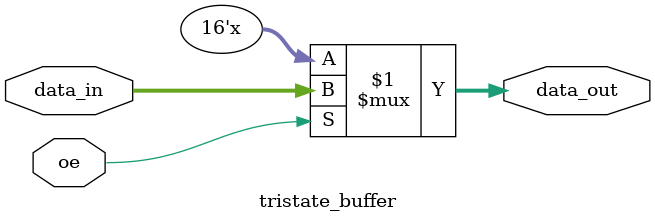
<source format=sv>
module tristate_buffer (
    input wire [15:0] data_in,
    input wire oe,  // Output enable
    output wire [15:0] data_out
);
    assign data_out = oe ? data_in : 16'bz;
endmodule
</source>
